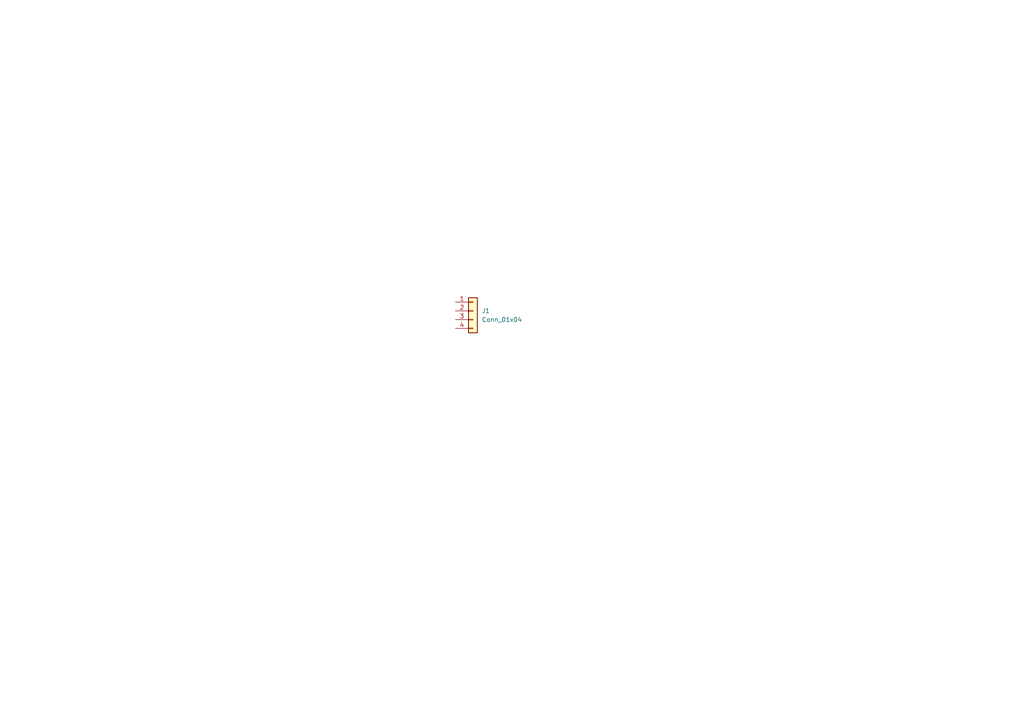
<source format=kicad_sch>
(kicad_sch (version 20250114) (generator "eeschema") (generator_version "9.0")
  (paper "A4")
  (lib_symbols
    (symbol "Connector_Generic:Conn_01x04" (pin_names (offset 1.016) (hide yes))
      (property "Reference" "J" (at 0 5.08 0))
      (property "Value" "Conn_01x04" (at 0 -7.62 0))
      (symbol "Conn_01x04_1_1"
        (rectangle (start -1.27 3.81) (end 1.27 -6.35) (stroke (width 0.254)) (fill (type background)))
        (rectangle (start -1.27 2.667) (end 0 2.413) (stroke (width 0.1524)))
        (rectangle (start -1.27 0.127) (end 0 -0.127) (stroke (width 0.1524)))
        (rectangle (start -1.27 -2.413) (end 0 -2.667) (stroke (width 0.1524)))
        (rectangle (start -1.27 -4.953) (end 0 -5.207) (stroke (width 0.1524)))
        (pin passive line (at -5.08 2.54 0) (length 3.81) (name "Pin_1") (number "1"))
        (pin passive line (at -5.08 0 0) (length 3.81) (name "Pin_2") (number "2"))
        (pin passive line (at -5.08 -2.54 0) (length 3.81) (name "Pin_3") (number "3"))
        (pin passive line (at -5.08 -5.08 0) (length 3.81) (name "Pin_4") (number "4"))
      )
    )
  )
  (symbol (lib_id "Connector_Generic:Conn_01x04") (at 137.16 90.17 0) (unit 1)
    (property "Reference" "J1" (at 139.7 90.1699 0) (effects (justify left)))
    (property "Value" "Conn_01x04" (at 139.7 92.7099 0) (effects (justify left)))
    (property "Footprint" "Connector_JST:JST_EH_B4B-EH-A_1x04_P2.50mm_Vertical" (effects (hide yes)))
    (property "Description" "Generic connector, single row, 01x04, script generated (kicad-library-utils/schlib/autogen/connector/)" (effects (hide yes)))
    (instances (project "PCB_Aquarium2" (path "" (reference "J1") (unit 1)) (path "" (reference "J5") (unit 1)) (path "" (reference "J18") (unit 1)) (path "" (reference "J3") (unit 1)) (path "" (reference "J4") (unit 1)) (path "" (reference "J19") (unit 1)) (path "" (reference "J2") (unit 1))))
  )
)
</source>
